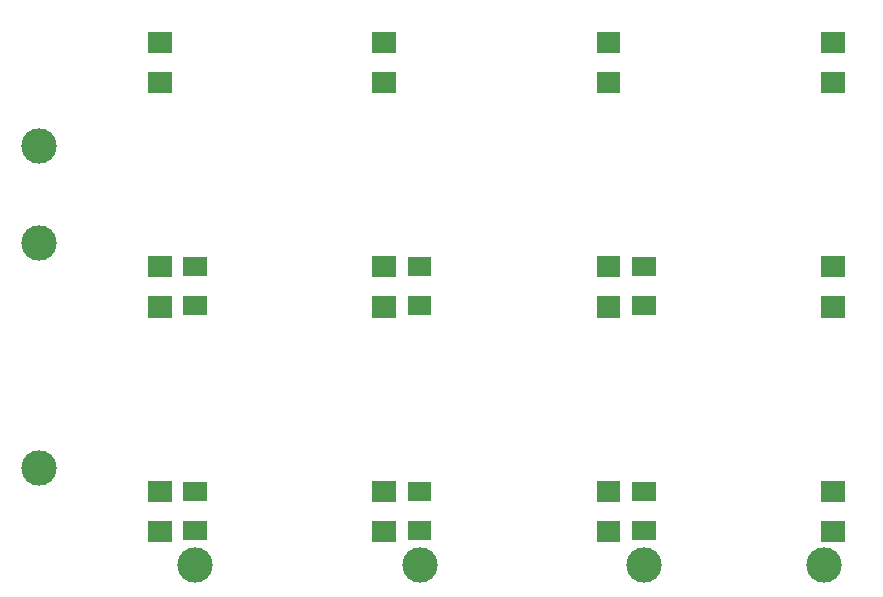
<source format=gbp>
G04 Layer: BottomPasteMaskLayer*
G04 EasyEDA v6.2.46, 2019-11-23T13:25:43+01:00*
G04 d8a7f896a94247d8beab61903426e2c7,093294e231294aec929f11af430ff8d8,10*
G04 Gerber Generator version 0.2*
G04 Scale: 100 percent, Rotated: No, Reflected: No *
G04 Dimensions in millimeters *
G04 leading zeros omitted , absolute positions ,3 integer and 3 decimal *
%FSLAX33Y33*%
%MOMM*%
G90*
G71D02*

%ADD13C,2.999994*%

%LPD*%
G54D13*
G01X2750Y29250D03*
G01X2750Y10250D03*
G01X2750Y37500D03*
G01X16000Y2000D03*
G01X35000Y2000D03*
G01X54000Y2000D03*
G01X69250Y2000D03*
G36*
G01X17000Y23148D02*
G01X17000Y24748D01*
G01X15000Y24748D01*
G01X15000Y23148D01*
G01X17000Y23148D01*
G37*
G36*
G01X17000Y26450D02*
G01X17000Y28050D01*
G01X15000Y28050D01*
G01X15000Y26450D01*
G01X17000Y26450D01*
G37*
G36*
G01X36000Y23148D02*
G01X36000Y24748D01*
G01X34000Y24748D01*
G01X34000Y23148D01*
G01X36000Y23148D01*
G37*
G36*
G01X36000Y26450D02*
G01X36000Y28050D01*
G01X34000Y28050D01*
G01X34000Y26450D01*
G01X36000Y26450D01*
G37*
G36*
G01X55000Y23148D02*
G01X55000Y24748D01*
G01X53000Y24748D01*
G01X53000Y23148D01*
G01X55000Y23148D01*
G37*
G36*
G01X55000Y26450D02*
G01X55000Y28050D01*
G01X53000Y28050D01*
G01X53000Y26450D01*
G01X55000Y26450D01*
G37*
G36*
G01X17000Y4148D02*
G01X17000Y5748D01*
G01X15000Y5748D01*
G01X15000Y4148D01*
G01X17000Y4148D01*
G37*
G36*
G01X17000Y7450D02*
G01X17000Y9050D01*
G01X15000Y9050D01*
G01X15000Y7450D01*
G01X17000Y7450D01*
G37*
G36*
G01X36000Y4148D02*
G01X36000Y5748D01*
G01X34000Y5748D01*
G01X34000Y4148D01*
G01X36000Y4148D01*
G37*
G36*
G01X36000Y7450D02*
G01X36000Y9050D01*
G01X34000Y9050D01*
G01X34000Y7450D01*
G01X36000Y7450D01*
G37*
G36*
G01X55000Y4148D02*
G01X55000Y5748D01*
G01X53000Y5748D01*
G01X53000Y4148D01*
G01X55000Y4148D01*
G37*
G36*
G01X55000Y7450D02*
G01X55000Y9050D01*
G01X53000Y9050D01*
G01X53000Y7450D01*
G01X55000Y7450D01*
G37*
G36*
G01X71000Y3950D02*
G01X71000Y5750D01*
G01X69000Y5750D01*
G01X69000Y3950D01*
G01X71000Y3950D01*
G37*
G36*
G01X71000Y7350D02*
G01X71000Y9150D01*
G01X69000Y9150D01*
G01X69000Y7350D01*
G01X71000Y7350D01*
G37*
G36*
G01X52000Y3950D02*
G01X52000Y5750D01*
G01X50000Y5750D01*
G01X50000Y3950D01*
G01X52000Y3950D01*
G37*
G36*
G01X52000Y7350D02*
G01X52000Y9150D01*
G01X50000Y9150D01*
G01X50000Y7350D01*
G01X52000Y7350D01*
G37*
G36*
G01X33000Y3950D02*
G01X33000Y5750D01*
G01X31000Y5750D01*
G01X31000Y3950D01*
G01X33000Y3950D01*
G37*
G36*
G01X33000Y7350D02*
G01X33000Y9150D01*
G01X31000Y9150D01*
G01X31000Y7350D01*
G01X33000Y7350D01*
G37*
G36*
G01X14000Y3950D02*
G01X14000Y5750D01*
G01X12000Y5750D01*
G01X12000Y3950D01*
G01X14000Y3950D01*
G37*
G36*
G01X14000Y7350D02*
G01X14000Y9150D01*
G01X12000Y9150D01*
G01X12000Y7350D01*
G01X14000Y7350D01*
G37*
G36*
G01X71000Y22950D02*
G01X71000Y24750D01*
G01X69000Y24750D01*
G01X69000Y22950D01*
G01X71000Y22950D01*
G37*
G36*
G01X71000Y26350D02*
G01X71000Y28150D01*
G01X69000Y28150D01*
G01X69000Y26350D01*
G01X71000Y26350D01*
G37*
G36*
G01X52000Y22950D02*
G01X52000Y24750D01*
G01X50000Y24750D01*
G01X50000Y22950D01*
G01X52000Y22950D01*
G37*
G36*
G01X52000Y26350D02*
G01X52000Y28150D01*
G01X50000Y28150D01*
G01X50000Y26350D01*
G01X52000Y26350D01*
G37*
G36*
G01X33000Y22950D02*
G01X33000Y24750D01*
G01X31000Y24750D01*
G01X31000Y22950D01*
G01X33000Y22950D01*
G37*
G36*
G01X33000Y26350D02*
G01X33000Y28150D01*
G01X31000Y28150D01*
G01X31000Y26350D01*
G01X33000Y26350D01*
G37*
G36*
G01X14000Y22950D02*
G01X14000Y24750D01*
G01X12000Y24750D01*
G01X12000Y22950D01*
G01X14000Y22950D01*
G37*
G36*
G01X14000Y26350D02*
G01X14000Y28150D01*
G01X12000Y28150D01*
G01X12000Y26350D01*
G01X14000Y26350D01*
G37*
G36*
G01X71000Y41950D02*
G01X71000Y43750D01*
G01X69000Y43750D01*
G01X69000Y41950D01*
G01X71000Y41950D01*
G37*
G36*
G01X71000Y45350D02*
G01X71000Y47150D01*
G01X69000Y47150D01*
G01X69000Y45350D01*
G01X71000Y45350D01*
G37*
G36*
G01X52000Y41950D02*
G01X52000Y43750D01*
G01X50000Y43750D01*
G01X50000Y41950D01*
G01X52000Y41950D01*
G37*
G36*
G01X52000Y45350D02*
G01X52000Y47150D01*
G01X50000Y47150D01*
G01X50000Y45350D01*
G01X52000Y45350D01*
G37*
G36*
G01X33000Y41950D02*
G01X33000Y43750D01*
G01X31000Y43750D01*
G01X31000Y41950D01*
G01X33000Y41950D01*
G37*
G36*
G01X33000Y45350D02*
G01X33000Y47150D01*
G01X31000Y47150D01*
G01X31000Y45350D01*
G01X33000Y45350D01*
G37*
G36*
G01X14000Y41950D02*
G01X14000Y43750D01*
G01X12000Y43750D01*
G01X12000Y41950D01*
G01X14000Y41950D01*
G37*
G36*
G01X14000Y45350D02*
G01X14000Y47150D01*
G01X12000Y47150D01*
G01X12000Y45350D01*
G01X14000Y45350D01*
G37*
M00*
M02*

</source>
